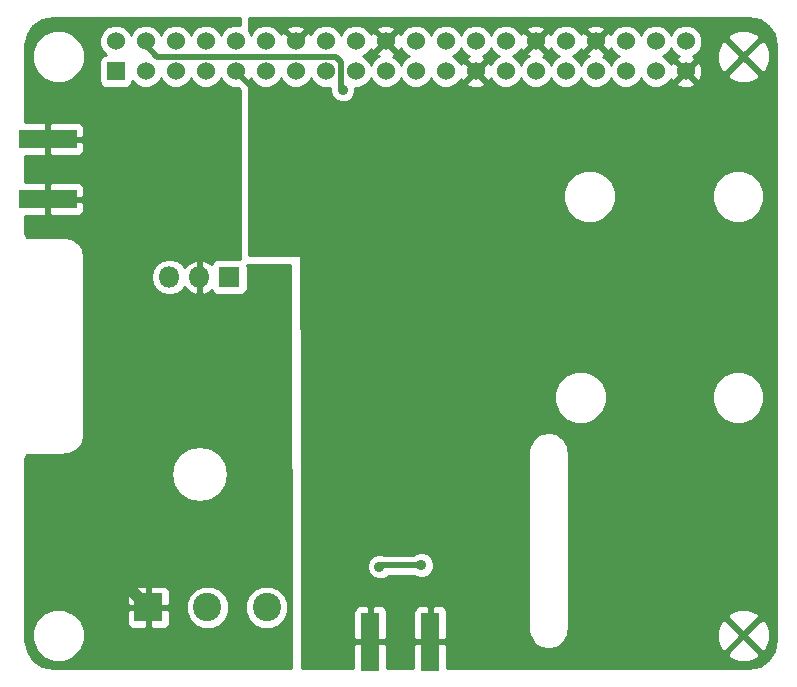
<source format=gbl>
G04 #@! TF.FileFunction,Copper,L2,Bot,Signal*
%FSLAX46Y46*%
G04 Gerber Fmt 4.6, Leading zero omitted, Abs format (unit mm)*
G04 Created by KiCad (PCBNEW 4.0.7-e2-6376~61~ubuntu18.04.1) date Tue Nov  6 15:25:27 2018*
%MOMM*%
%LPD*%
G01*
G04 APERTURE LIST*
%ADD10C,0.200000*%
%ADD11R,1.524000X1.524000*%
%ADD12C,1.524000*%
%ADD13R,2.400000X2.400000*%
%ADD14C,2.400000*%
%ADD15R,1.800000X1.800000*%
%ADD16O,1.800000X1.800000*%
%ADD17R,4.900000X1.600000*%
%ADD18R,1.600000X4.900000*%
%ADD19C,0.889000*%
%ADD20C,0.400000*%
%ADD21C,0.500000*%
%ADD22C,1.000000*%
%ADD23C,0.254000*%
G04 APERTURE END LIST*
D10*
D11*
X37370000Y-26270000D03*
D12*
X37370000Y-23730000D03*
X50070000Y-26270000D03*
X39910000Y-23730000D03*
X52610000Y-26270000D03*
X42450000Y-23730000D03*
X55150000Y-26270000D03*
X44990000Y-23730000D03*
X57690000Y-26270000D03*
X47530000Y-23730000D03*
X60230000Y-26270000D03*
X50070000Y-23730000D03*
X62770000Y-26270000D03*
X52610000Y-23730000D03*
X65310000Y-26270000D03*
X55150000Y-23730000D03*
X67850000Y-26270000D03*
X57690000Y-23730000D03*
X70390000Y-26270000D03*
X60230000Y-23730000D03*
X72930000Y-26270000D03*
X62770000Y-23730000D03*
X75470000Y-26270000D03*
X65310000Y-23730000D03*
X67850000Y-23730000D03*
X78010000Y-26270000D03*
X70390000Y-23730000D03*
X75470000Y-23730000D03*
X78010000Y-23730000D03*
X80550000Y-23730000D03*
X83090000Y-23730000D03*
X80550000Y-26270000D03*
X83090000Y-26270000D03*
X39910000Y-26270000D03*
X42450000Y-26270000D03*
X44990000Y-26270000D03*
X47530000Y-26270000D03*
X85630000Y-26270000D03*
X85630000Y-23730000D03*
X72930000Y-23730000D03*
D13*
X40132000Y-71628000D03*
D14*
X45132000Y-71628000D03*
X50132000Y-71628000D03*
D15*
X46990000Y-43688000D03*
D16*
X44450000Y-43688000D03*
X41910000Y-43688000D03*
D17*
X31623000Y-32004000D03*
X31623000Y-37084000D03*
D18*
X58928000Y-74549000D03*
X64008000Y-74549000D03*
D19*
X69151500Y-42862500D03*
X69151500Y-46418500D03*
X69151500Y-49911000D03*
X69151500Y-52514500D03*
X69151500Y-54737000D03*
X69151500Y-57150000D03*
X69151500Y-59690000D03*
X70993000Y-66929000D03*
X70993000Y-64770000D03*
X70993000Y-62357000D03*
X59055000Y-62992000D03*
X59944000Y-65278000D03*
X63881000Y-62992000D03*
X63881000Y-66421000D03*
X63881000Y-65024000D03*
X58928000Y-70612000D03*
X64008000Y-70670000D03*
X49873000Y-28613000D03*
X64262000Y-40386000D03*
X64071500Y-38036500D03*
X61849000Y-37782500D03*
X58547000Y-37782500D03*
X64282000Y-45910500D03*
X64262000Y-49022000D03*
X64452500Y-53721000D03*
X64770000Y-60325000D03*
X62865000Y-60325000D03*
X59055000Y-60515500D03*
X59055000Y-58801000D03*
X59499500Y-54610000D03*
X59516000Y-51752500D03*
X58801000Y-47307500D03*
X58483500Y-45720000D03*
X58483500Y-42862500D03*
X58483500Y-40640000D03*
X55943500Y-34988500D03*
X59118500Y-34925000D03*
X62357000Y-34925000D03*
X69151500Y-35433000D03*
X69151500Y-39116000D03*
X54737000Y-62928500D03*
X54419500Y-60833000D03*
X54419500Y-57404000D03*
X54419500Y-53403500D03*
X54419500Y-49974500D03*
X54419500Y-46355000D03*
X54419500Y-43434000D03*
X54419500Y-40703500D03*
X59118500Y-39179500D03*
X50863500Y-39052500D03*
X64516000Y-56642000D03*
X45656500Y-55054500D03*
X45656500Y-53149500D03*
X45656500Y-50990500D03*
X45656500Y-48704500D03*
X45847000Y-46799500D03*
X47434500Y-46799500D03*
X47434500Y-48577500D03*
X47434500Y-50419000D03*
X47434500Y-52197000D03*
X47434500Y-53975000D03*
X47434500Y-55626000D03*
X47434500Y-57086500D03*
X45402500Y-57086500D03*
X43561000Y-57086500D03*
X43561000Y-55054500D03*
X43561000Y-52070000D03*
X43561000Y-49339500D03*
X43561000Y-46990000D03*
X41338500Y-36576000D03*
X43243500Y-36576000D03*
X38036500Y-32131000D03*
X35179000Y-36512500D03*
X35242500Y-32131000D03*
X45910500Y-38989000D03*
X59690000Y-68199000D03*
X63246000Y-68072000D03*
X56578500Y-27813000D03*
D20*
X69151500Y-59690000D02*
X69151500Y-60515500D01*
X69151500Y-42862500D02*
X69151500Y-46418500D01*
X69151500Y-49911000D02*
X69151500Y-52514500D01*
X69151500Y-54737000D02*
X69151500Y-57150000D01*
X70993000Y-64770000D02*
X70993000Y-66929000D01*
X69151500Y-60515500D02*
X70993000Y-62357000D01*
X59055000Y-62992000D02*
X59055000Y-64389000D01*
X58991500Y-62928500D02*
X59055000Y-62992000D01*
X54737000Y-62928500D02*
X58991500Y-62928500D01*
X59055000Y-64389000D02*
X59944000Y-65278000D01*
X63881000Y-62992000D02*
X63881000Y-65024000D01*
X64770000Y-62103000D02*
X63881000Y-62992000D01*
X64770000Y-60325000D02*
X64770000Y-62103000D01*
X63119000Y-64008000D02*
X65151000Y-64008000D01*
X65151000Y-64008000D02*
X65848000Y-63311000D01*
X58928000Y-70612000D02*
X58928000Y-70670000D01*
X59309000Y-70612000D02*
X59309000Y-70670000D01*
X59309000Y-70612000D02*
X59309000Y-70670000D01*
X64262000Y-38227000D02*
X64262000Y-40386000D01*
X64071500Y-38036500D02*
X64262000Y-38227000D01*
X58547000Y-37782500D02*
X61849000Y-37782500D01*
X64262000Y-49022000D02*
X64262000Y-45930500D01*
X64262000Y-45930500D02*
X64282000Y-45910500D01*
X64516000Y-56642000D02*
X64516000Y-53784500D01*
X64516000Y-53784500D02*
X64452500Y-53721000D01*
X62865000Y-60325000D02*
X64770000Y-60325000D01*
X59055000Y-58801000D02*
X59055000Y-60515500D01*
X59499500Y-51769000D02*
X59499500Y-54610000D01*
X59516000Y-51752500D02*
X59499500Y-51769000D01*
X58801000Y-46037500D02*
X58801000Y-47307500D01*
X58483500Y-45720000D02*
X58801000Y-46037500D01*
X58483500Y-40640000D02*
X58483500Y-42862500D01*
X59118500Y-39179500D02*
X69088000Y-39179500D01*
X59055000Y-34988500D02*
X55943500Y-34988500D01*
X59118500Y-34925000D02*
X59055000Y-34988500D01*
X62611000Y-34671000D02*
X62357000Y-34925000D01*
X68389500Y-34671000D02*
X62611000Y-34671000D01*
X69151500Y-35433000D02*
X68389500Y-34671000D01*
X69088000Y-39179500D02*
X69151500Y-39116000D01*
D21*
X54737000Y-62928500D02*
X54800500Y-62928500D01*
X54419500Y-57404000D02*
X54419500Y-60833000D01*
X54419500Y-49974500D02*
X54419500Y-53403500D01*
X54419500Y-43434000D02*
X54419500Y-46355000D01*
X52768500Y-39052500D02*
X54419500Y-40703500D01*
X50863500Y-39052500D02*
X52768500Y-39052500D01*
X53784500Y-39179500D02*
X53784500Y-32524500D01*
X53784500Y-32524500D02*
X49873000Y-28613000D01*
X49873000Y-28613000D02*
X47530000Y-26270000D01*
X50990500Y-39179500D02*
X53784500Y-39179500D01*
X53784500Y-39179500D02*
X59118500Y-39179500D01*
X50863500Y-39052500D02*
X50990500Y-39179500D01*
D22*
X64516000Y-58737500D02*
X64516000Y-56642000D01*
X65848000Y-60069500D02*
X64516000Y-58737500D01*
X57088000Y-70670000D02*
X58928000Y-70670000D01*
X58928000Y-70670000D02*
X59309000Y-70670000D01*
X59309000Y-70670000D02*
X64008000Y-70670000D01*
X64008000Y-70670000D02*
X65848000Y-70670000D01*
X65848000Y-70670000D02*
X65848000Y-64960500D01*
X65848000Y-64960500D02*
X65848000Y-63311000D01*
X65848000Y-63311000D02*
X65848000Y-60069500D01*
D20*
X45656500Y-53149500D02*
X45656500Y-55054500D01*
X45656500Y-48704500D02*
X45656500Y-50990500D01*
X47434500Y-46799500D02*
X45847000Y-46799500D01*
X47434500Y-50419000D02*
X47434500Y-48577500D01*
X47434500Y-53975000D02*
X47434500Y-52197000D01*
X47434500Y-57086500D02*
X47434500Y-55626000D01*
X43561000Y-57086500D02*
X45402500Y-57086500D01*
X43561000Y-52070000D02*
X43561000Y-55054500D01*
X43561000Y-46990000D02*
X43561000Y-49339500D01*
X43243500Y-36576000D02*
X41338500Y-36576000D01*
X35248000Y-38924000D02*
X35248000Y-36581500D01*
X35248000Y-36581500D02*
X35179000Y-36512500D01*
X35369500Y-32194500D02*
X35248000Y-32194500D01*
X35311500Y-32136500D02*
X35369500Y-32194500D01*
X35248000Y-32136500D02*
X35311500Y-32136500D01*
X35242500Y-32131000D02*
X35248000Y-32136500D01*
D22*
X35248000Y-38924000D02*
X45845500Y-38924000D01*
X45845500Y-38924000D02*
X45910500Y-38989000D01*
X35248000Y-38924000D02*
X35248000Y-66744000D01*
X35248000Y-66744000D02*
X40132000Y-71628000D01*
X35248000Y-30164000D02*
X35248000Y-32194500D01*
X35248000Y-32194500D02*
X35248000Y-38924000D01*
D21*
X59690000Y-68199000D02*
X59817000Y-68072000D01*
X59817000Y-68072000D02*
X63246000Y-68072000D01*
X40894000Y-25019000D02*
X39910000Y-24035000D01*
X56007000Y-25019000D02*
X40894000Y-25019000D01*
X56451500Y-25463500D02*
X56007000Y-25019000D01*
X56451500Y-27686000D02*
X56451500Y-25463500D01*
X56578500Y-27813000D02*
X56451500Y-27686000D01*
X39910000Y-24035000D02*
X39910000Y-23730000D01*
D23*
G36*
X91871023Y-21897167D02*
X92609439Y-22390561D01*
X93102833Y-23128977D01*
X93290000Y-24069931D01*
X93290000Y-74430069D01*
X93102833Y-75371023D01*
X92609439Y-76109439D01*
X91871023Y-76602833D01*
X90930069Y-76790000D01*
X65443000Y-76790000D01*
X65443000Y-75586202D01*
X89093403Y-75586202D01*
X89265390Y-75915360D01*
X90092346Y-76242026D01*
X90981363Y-76227365D01*
X91734610Y-75915360D01*
X91906597Y-75586202D01*
X90500000Y-74179605D01*
X89093403Y-75586202D01*
X65443000Y-75586202D01*
X65443000Y-74834750D01*
X65284250Y-74676000D01*
X64135000Y-74676000D01*
X64135000Y-74696000D01*
X63881000Y-74696000D01*
X63881000Y-74676000D01*
X62731750Y-74676000D01*
X62573000Y-74834750D01*
X62573000Y-76790000D01*
X60363000Y-76790000D01*
X60363000Y-74834750D01*
X60204250Y-74676000D01*
X59055000Y-74676000D01*
X59055000Y-74696000D01*
X58801000Y-74696000D01*
X58801000Y-74676000D01*
X57651750Y-74676000D01*
X57493000Y-74834750D01*
X57493000Y-76790000D01*
X53148286Y-76790000D01*
X53139684Y-71972690D01*
X57493000Y-71972690D01*
X57493000Y-74263250D01*
X57651750Y-74422000D01*
X58801000Y-74422000D01*
X58801000Y-71622750D01*
X59055000Y-71622750D01*
X59055000Y-74422000D01*
X60204250Y-74422000D01*
X60363000Y-74263250D01*
X60363000Y-71972690D01*
X62573000Y-71972690D01*
X62573000Y-74263250D01*
X62731750Y-74422000D01*
X63881000Y-74422000D01*
X63881000Y-71622750D01*
X64135000Y-71622750D01*
X64135000Y-74422000D01*
X65284250Y-74422000D01*
X65443000Y-74263250D01*
X65443000Y-71972690D01*
X65346327Y-71739301D01*
X65167698Y-71560673D01*
X64934309Y-71464000D01*
X64293750Y-71464000D01*
X64135000Y-71622750D01*
X63881000Y-71622750D01*
X63722250Y-71464000D01*
X63081691Y-71464000D01*
X62848302Y-71560673D01*
X62669673Y-71739301D01*
X62573000Y-71972690D01*
X60363000Y-71972690D01*
X60266327Y-71739301D01*
X60087698Y-71560673D01*
X59854309Y-71464000D01*
X59213750Y-71464000D01*
X59055000Y-71622750D01*
X58801000Y-71622750D01*
X58642250Y-71464000D01*
X58001691Y-71464000D01*
X57768302Y-71560673D01*
X57589673Y-71739301D01*
X57493000Y-71972690D01*
X53139684Y-71972690D01*
X53133327Y-68412784D01*
X58610313Y-68412784D01*
X58774311Y-68809689D01*
X59077714Y-69113622D01*
X59474332Y-69278313D01*
X59903784Y-69278687D01*
X60300689Y-69114689D01*
X60458653Y-68957000D01*
X62604144Y-68957000D01*
X62633714Y-68986622D01*
X63030332Y-69151313D01*
X63459784Y-69151687D01*
X63856689Y-68987689D01*
X64160622Y-68684286D01*
X64325313Y-68287668D01*
X64325687Y-67858216D01*
X64161689Y-67461311D01*
X63858286Y-67157378D01*
X63461668Y-66992687D01*
X63032216Y-66992313D01*
X62635311Y-67156311D01*
X62604568Y-67187000D01*
X60067775Y-67187000D01*
X59905668Y-67119687D01*
X59476216Y-67119313D01*
X59079311Y-67283311D01*
X58775378Y-67586714D01*
X58610687Y-67983332D01*
X58610313Y-68412784D01*
X53133327Y-68412784D01*
X53115626Y-58500000D01*
X72290000Y-58500000D01*
X72290000Y-73500000D01*
X72303642Y-73568584D01*
X72303642Y-73638513D01*
X72379762Y-74021196D01*
X72399395Y-74068593D01*
X72485776Y-74277138D01*
X72702549Y-74601561D01*
X72702550Y-74601562D01*
X72898438Y-74797451D01*
X73222862Y-75014223D01*
X73327842Y-75057707D01*
X73478804Y-75120238D01*
X73861486Y-75196358D01*
X74138513Y-75196358D01*
X74521196Y-75120238D01*
X74596160Y-75089187D01*
X74777138Y-75014224D01*
X75101561Y-74797451D01*
X75127307Y-74771705D01*
X75297451Y-74601562D01*
X75514223Y-74277138D01*
X75585299Y-74105545D01*
X75620238Y-74021196D01*
X75696358Y-73638514D01*
X75696358Y-73592346D01*
X88257974Y-73592346D01*
X88272635Y-74481363D01*
X88584640Y-75234610D01*
X88913798Y-75406597D01*
X90320395Y-74000000D01*
X90679605Y-74000000D01*
X92086202Y-75406597D01*
X92415360Y-75234610D01*
X92742026Y-74407654D01*
X92727365Y-73518637D01*
X92415360Y-72765390D01*
X92086202Y-72593403D01*
X90679605Y-74000000D01*
X90320395Y-74000000D01*
X88913798Y-72593403D01*
X88584640Y-72765390D01*
X88257974Y-73592346D01*
X75696358Y-73592346D01*
X75696358Y-73568584D01*
X75710000Y-73500000D01*
X75710000Y-72413798D01*
X89093403Y-72413798D01*
X90500000Y-73820395D01*
X91906597Y-72413798D01*
X91734610Y-72084640D01*
X90907654Y-71757974D01*
X90018637Y-71772635D01*
X89265390Y-72084640D01*
X89093403Y-72413798D01*
X75710000Y-72413798D01*
X75710000Y-58500000D01*
X75696358Y-58431416D01*
X75696358Y-58361486D01*
X75620238Y-57978804D01*
X75514223Y-57722863D01*
X75514223Y-57722862D01*
X75297451Y-57398438D01*
X75101562Y-57202550D01*
X75101561Y-57202549D01*
X74777138Y-56985776D01*
X74593368Y-56909657D01*
X74521196Y-56879762D01*
X74138513Y-56803642D01*
X74000000Y-56803642D01*
X73478804Y-56879762D01*
X73406632Y-56909657D01*
X73222862Y-56985777D01*
X72898438Y-57202549D01*
X72798820Y-57302168D01*
X72702549Y-57398439D01*
X72485776Y-57722862D01*
X72410813Y-57903840D01*
X72379762Y-57978804D01*
X72303642Y-58361487D01*
X72303642Y-58431416D01*
X72290000Y-58500000D01*
X53115626Y-58500000D01*
X53108110Y-54290619D01*
X74472613Y-54290619D01*
X74812155Y-55112372D01*
X75440321Y-55741636D01*
X76261481Y-56082611D01*
X77150619Y-56083387D01*
X77972372Y-55743845D01*
X78601636Y-55115679D01*
X78942611Y-54294519D01*
X78942614Y-54290619D01*
X87807613Y-54290619D01*
X88147155Y-55112372D01*
X88775321Y-55741636D01*
X89596481Y-56082611D01*
X90485619Y-56083387D01*
X91307372Y-55743845D01*
X91936636Y-55115679D01*
X92277611Y-54294519D01*
X92278387Y-53405381D01*
X91938845Y-52583628D01*
X91310679Y-51954364D01*
X90489519Y-51613389D01*
X89600381Y-51612613D01*
X88778628Y-51952155D01*
X88149364Y-52580321D01*
X87808389Y-53401481D01*
X87807613Y-54290619D01*
X78942614Y-54290619D01*
X78943387Y-53405381D01*
X78603845Y-52583628D01*
X77975679Y-51954364D01*
X77154519Y-51613389D01*
X76265381Y-51612613D01*
X75443628Y-51952155D01*
X74814364Y-52580321D01*
X74473389Y-53401481D01*
X74472613Y-54290619D01*
X53108110Y-54290619D01*
X53086000Y-41909773D01*
X53075906Y-41860381D01*
X53047391Y-41818807D01*
X53004948Y-41791603D01*
X52959000Y-41783000D01*
X48641000Y-41783000D01*
X48641000Y-37272619D01*
X75234613Y-37272619D01*
X75574155Y-38094372D01*
X76202321Y-38723636D01*
X77023481Y-39064611D01*
X77912619Y-39065387D01*
X78734372Y-38725845D01*
X79363636Y-38097679D01*
X79704611Y-37276519D01*
X79704614Y-37272619D01*
X87807613Y-37272619D01*
X88147155Y-38094372D01*
X88775321Y-38723636D01*
X89596481Y-39064611D01*
X90485619Y-39065387D01*
X91307372Y-38725845D01*
X91936636Y-38097679D01*
X92277611Y-37276519D01*
X92278387Y-36387381D01*
X91938845Y-35565628D01*
X91310679Y-34936364D01*
X90489519Y-34595389D01*
X89600381Y-34594613D01*
X88778628Y-34934155D01*
X88149364Y-35562321D01*
X87808389Y-36383481D01*
X87807613Y-37272619D01*
X79704614Y-37272619D01*
X79705387Y-36387381D01*
X79365845Y-35565628D01*
X78737679Y-34936364D01*
X77916519Y-34595389D01*
X77027381Y-34594613D01*
X76205628Y-34934155D01*
X75576364Y-35562321D01*
X75235389Y-36383481D01*
X75234613Y-37272619D01*
X48641000Y-37272619D01*
X48641000Y-27033095D01*
X48752397Y-27001143D01*
X48802509Y-26860682D01*
X48884990Y-27060303D01*
X49277630Y-27453629D01*
X49790900Y-27666757D01*
X50346661Y-27667242D01*
X50860303Y-27455010D01*
X51253629Y-27062370D01*
X51339949Y-26854488D01*
X51424990Y-27060303D01*
X51817630Y-27453629D01*
X52330900Y-27666757D01*
X52886661Y-27667242D01*
X53400303Y-27455010D01*
X53793629Y-27062370D01*
X53879949Y-26854488D01*
X53964990Y-27060303D01*
X54357630Y-27453629D01*
X54870900Y-27666757D01*
X55426661Y-27667242D01*
X55499152Y-27637289D01*
X55498813Y-28026784D01*
X55662811Y-28423689D01*
X55966214Y-28727622D01*
X56362832Y-28892313D01*
X56792284Y-28892687D01*
X57189189Y-28728689D01*
X57493122Y-28425286D01*
X57657813Y-28028668D01*
X57658128Y-27666973D01*
X57966661Y-27667242D01*
X58480303Y-27455010D01*
X58873629Y-27062370D01*
X58959949Y-26854488D01*
X59044990Y-27060303D01*
X59437630Y-27453629D01*
X59950900Y-27666757D01*
X60506661Y-27667242D01*
X61020303Y-27455010D01*
X61413629Y-27062370D01*
X61499949Y-26854488D01*
X61584990Y-27060303D01*
X61977630Y-27453629D01*
X62490900Y-27666757D01*
X63046661Y-27667242D01*
X63560303Y-27455010D01*
X63953629Y-27062370D01*
X64039949Y-26854488D01*
X64124990Y-27060303D01*
X64517630Y-27453629D01*
X65030900Y-27666757D01*
X65586661Y-27667242D01*
X66100303Y-27455010D01*
X66305457Y-27250213D01*
X67049392Y-27250213D01*
X67118857Y-27492397D01*
X67642302Y-27679144D01*
X68197368Y-27651362D01*
X68581143Y-27492397D01*
X68650608Y-27250213D01*
X67850000Y-26449605D01*
X67049392Y-27250213D01*
X66305457Y-27250213D01*
X66493629Y-27062370D01*
X66573395Y-26870273D01*
X66627603Y-27001143D01*
X66869787Y-27070608D01*
X67670395Y-26270000D01*
X66869787Y-25469392D01*
X66627603Y-25538857D01*
X66577491Y-25679318D01*
X66495010Y-25479697D01*
X66102370Y-25086371D01*
X65894488Y-25000051D01*
X66100303Y-24915010D01*
X66493629Y-24522370D01*
X66579949Y-24314488D01*
X66664990Y-24520303D01*
X67057630Y-24913629D01*
X67249727Y-24993395D01*
X67118857Y-25047603D01*
X67049392Y-25289787D01*
X67850000Y-26090395D01*
X68650608Y-25289787D01*
X68581143Y-25047603D01*
X68440682Y-24997491D01*
X68640303Y-24915010D01*
X69033629Y-24522370D01*
X69119949Y-24314488D01*
X69204990Y-24520303D01*
X69597630Y-24913629D01*
X69805512Y-24999949D01*
X69599697Y-25084990D01*
X69206371Y-25477630D01*
X69126605Y-25669727D01*
X69072397Y-25538857D01*
X68830213Y-25469392D01*
X68029605Y-26270000D01*
X68830213Y-27070608D01*
X69072397Y-27001143D01*
X69122509Y-26860682D01*
X69204990Y-27060303D01*
X69597630Y-27453629D01*
X70110900Y-27666757D01*
X70666661Y-27667242D01*
X71180303Y-27455010D01*
X71573629Y-27062370D01*
X71659949Y-26854488D01*
X71744990Y-27060303D01*
X72137630Y-27453629D01*
X72650900Y-27666757D01*
X73206661Y-27667242D01*
X73720303Y-27455010D01*
X74113629Y-27062370D01*
X74199949Y-26854488D01*
X74284990Y-27060303D01*
X74677630Y-27453629D01*
X75190900Y-27666757D01*
X75746661Y-27667242D01*
X76260303Y-27455010D01*
X76653629Y-27062370D01*
X76739949Y-26854488D01*
X76824990Y-27060303D01*
X77217630Y-27453629D01*
X77730900Y-27666757D01*
X78286661Y-27667242D01*
X78800303Y-27455010D01*
X79193629Y-27062370D01*
X79279949Y-26854488D01*
X79364990Y-27060303D01*
X79757630Y-27453629D01*
X80270900Y-27666757D01*
X80826661Y-27667242D01*
X81340303Y-27455010D01*
X81733629Y-27062370D01*
X81819949Y-26854488D01*
X81904990Y-27060303D01*
X82297630Y-27453629D01*
X82810900Y-27666757D01*
X83366661Y-27667242D01*
X83880303Y-27455010D01*
X84085457Y-27250213D01*
X84829392Y-27250213D01*
X84898857Y-27492397D01*
X85422302Y-27679144D01*
X85977368Y-27651362D01*
X86361143Y-27492397D01*
X86430608Y-27250213D01*
X85630000Y-26449605D01*
X84829392Y-27250213D01*
X84085457Y-27250213D01*
X84273629Y-27062370D01*
X84353395Y-26870273D01*
X84407603Y-27001143D01*
X84649787Y-27070608D01*
X85450395Y-26270000D01*
X85809605Y-26270000D01*
X86610213Y-27070608D01*
X86852397Y-27001143D01*
X87000433Y-26586202D01*
X89093403Y-26586202D01*
X89265390Y-26915360D01*
X90092346Y-27242026D01*
X90981363Y-27227365D01*
X91734610Y-26915360D01*
X91906597Y-26586202D01*
X90500000Y-25179605D01*
X89093403Y-26586202D01*
X87000433Y-26586202D01*
X87039144Y-26477698D01*
X87011362Y-25922632D01*
X86852397Y-25538857D01*
X86610213Y-25469392D01*
X85809605Y-26270000D01*
X85450395Y-26270000D01*
X84649787Y-25469392D01*
X84407603Y-25538857D01*
X84357491Y-25679318D01*
X84275010Y-25479697D01*
X83882370Y-25086371D01*
X83674488Y-25000051D01*
X83880303Y-24915010D01*
X84273629Y-24522370D01*
X84359949Y-24314488D01*
X84444990Y-24520303D01*
X84837630Y-24913629D01*
X85029727Y-24993395D01*
X84898857Y-25047603D01*
X84829392Y-25289787D01*
X85630000Y-26090395D01*
X86430608Y-25289787D01*
X86361143Y-25047603D01*
X86220682Y-24997491D01*
X86420303Y-24915010D01*
X86743530Y-24592346D01*
X88257974Y-24592346D01*
X88272635Y-25481363D01*
X88584640Y-26234610D01*
X88913798Y-26406597D01*
X90320395Y-25000000D01*
X90679605Y-25000000D01*
X92086202Y-26406597D01*
X92415360Y-26234610D01*
X92742026Y-25407654D01*
X92727365Y-24518637D01*
X92415360Y-23765390D01*
X92086202Y-23593403D01*
X90679605Y-25000000D01*
X90320395Y-25000000D01*
X88913798Y-23593403D01*
X88584640Y-23765390D01*
X88257974Y-24592346D01*
X86743530Y-24592346D01*
X86813629Y-24522370D01*
X87026757Y-24009100D01*
X87027242Y-23453339D01*
X87010905Y-23413798D01*
X89093403Y-23413798D01*
X90500000Y-24820395D01*
X91906597Y-23413798D01*
X91734610Y-23084640D01*
X90907654Y-22757974D01*
X90018637Y-22772635D01*
X89265390Y-23084640D01*
X89093403Y-23413798D01*
X87010905Y-23413798D01*
X86815010Y-22939697D01*
X86422370Y-22546371D01*
X85909100Y-22333243D01*
X85353339Y-22332758D01*
X84839697Y-22544990D01*
X84446371Y-22937630D01*
X84360051Y-23145512D01*
X84275010Y-22939697D01*
X83882370Y-22546371D01*
X83369100Y-22333243D01*
X82813339Y-22332758D01*
X82299697Y-22544990D01*
X81906371Y-22937630D01*
X81820051Y-23145512D01*
X81735010Y-22939697D01*
X81342370Y-22546371D01*
X80829100Y-22333243D01*
X80273339Y-22332758D01*
X79759697Y-22544990D01*
X79366371Y-22937630D01*
X79286605Y-23129727D01*
X79232397Y-22998857D01*
X78990213Y-22929392D01*
X78189605Y-23730000D01*
X78990213Y-24530608D01*
X79232397Y-24461143D01*
X79282509Y-24320682D01*
X79364990Y-24520303D01*
X79757630Y-24913629D01*
X79965512Y-24999949D01*
X79759697Y-25084990D01*
X79366371Y-25477630D01*
X79280051Y-25685512D01*
X79195010Y-25479697D01*
X78802370Y-25086371D01*
X78610273Y-25006605D01*
X78741143Y-24952397D01*
X78810608Y-24710213D01*
X78010000Y-23909605D01*
X77209392Y-24710213D01*
X77278857Y-24952397D01*
X77419318Y-25002509D01*
X77219697Y-25084990D01*
X76826371Y-25477630D01*
X76740051Y-25685512D01*
X76655010Y-25479697D01*
X76262370Y-25086371D01*
X76054488Y-25000051D01*
X76260303Y-24915010D01*
X76653629Y-24522370D01*
X76733395Y-24330273D01*
X76787603Y-24461143D01*
X77029787Y-24530608D01*
X77830395Y-23730000D01*
X77029787Y-22929392D01*
X76787603Y-22998857D01*
X76737491Y-23139318D01*
X76655010Y-22939697D01*
X76465432Y-22749787D01*
X77209392Y-22749787D01*
X78010000Y-23550395D01*
X78810608Y-22749787D01*
X78741143Y-22507603D01*
X78217698Y-22320856D01*
X77662632Y-22348638D01*
X77278857Y-22507603D01*
X77209392Y-22749787D01*
X76465432Y-22749787D01*
X76262370Y-22546371D01*
X75749100Y-22333243D01*
X75193339Y-22332758D01*
X74679697Y-22544990D01*
X74286371Y-22937630D01*
X74206605Y-23129727D01*
X74152397Y-22998857D01*
X73910213Y-22929392D01*
X73109605Y-23730000D01*
X73910213Y-24530608D01*
X74152397Y-24461143D01*
X74202509Y-24320682D01*
X74284990Y-24520303D01*
X74677630Y-24913629D01*
X74885512Y-24999949D01*
X74679697Y-25084990D01*
X74286371Y-25477630D01*
X74200051Y-25685512D01*
X74115010Y-25479697D01*
X73722370Y-25086371D01*
X73530273Y-25006605D01*
X73661143Y-24952397D01*
X73730608Y-24710213D01*
X72930000Y-23909605D01*
X72129392Y-24710213D01*
X72198857Y-24952397D01*
X72339318Y-25002509D01*
X72139697Y-25084990D01*
X71746371Y-25477630D01*
X71660051Y-25685512D01*
X71575010Y-25479697D01*
X71182370Y-25086371D01*
X70974488Y-25000051D01*
X71180303Y-24915010D01*
X71573629Y-24522370D01*
X71653395Y-24330273D01*
X71707603Y-24461143D01*
X71949787Y-24530608D01*
X72750395Y-23730000D01*
X71949787Y-22929392D01*
X71707603Y-22998857D01*
X71657491Y-23139318D01*
X71575010Y-22939697D01*
X71385432Y-22749787D01*
X72129392Y-22749787D01*
X72930000Y-23550395D01*
X73730608Y-22749787D01*
X73661143Y-22507603D01*
X73137698Y-22320856D01*
X72582632Y-22348638D01*
X72198857Y-22507603D01*
X72129392Y-22749787D01*
X71385432Y-22749787D01*
X71182370Y-22546371D01*
X70669100Y-22333243D01*
X70113339Y-22332758D01*
X69599697Y-22544990D01*
X69206371Y-22937630D01*
X69120051Y-23145512D01*
X69035010Y-22939697D01*
X68642370Y-22546371D01*
X68129100Y-22333243D01*
X67573339Y-22332758D01*
X67059697Y-22544990D01*
X66666371Y-22937630D01*
X66580051Y-23145512D01*
X66495010Y-22939697D01*
X66102370Y-22546371D01*
X65589100Y-22333243D01*
X65033339Y-22332758D01*
X64519697Y-22544990D01*
X64126371Y-22937630D01*
X64040051Y-23145512D01*
X63955010Y-22939697D01*
X63562370Y-22546371D01*
X63049100Y-22333243D01*
X62493339Y-22332758D01*
X61979697Y-22544990D01*
X61586371Y-22937630D01*
X61506605Y-23129727D01*
X61452397Y-22998857D01*
X61210213Y-22929392D01*
X60409605Y-23730000D01*
X61210213Y-24530608D01*
X61452397Y-24461143D01*
X61502509Y-24320682D01*
X61584990Y-24520303D01*
X61977630Y-24913629D01*
X62185512Y-24999949D01*
X61979697Y-25084990D01*
X61586371Y-25477630D01*
X61500051Y-25685512D01*
X61415010Y-25479697D01*
X61022370Y-25086371D01*
X60830273Y-25006605D01*
X60961143Y-24952397D01*
X61030608Y-24710213D01*
X60230000Y-23909605D01*
X59429392Y-24710213D01*
X59498857Y-24952397D01*
X59639318Y-25002509D01*
X59439697Y-25084990D01*
X59046371Y-25477630D01*
X58960051Y-25685512D01*
X58875010Y-25479697D01*
X58482370Y-25086371D01*
X58274488Y-25000051D01*
X58480303Y-24915010D01*
X58873629Y-24522370D01*
X58953395Y-24330273D01*
X59007603Y-24461143D01*
X59249787Y-24530608D01*
X60050395Y-23730000D01*
X59249787Y-22929392D01*
X59007603Y-22998857D01*
X58957491Y-23139318D01*
X58875010Y-22939697D01*
X58685432Y-22749787D01*
X59429392Y-22749787D01*
X60230000Y-23550395D01*
X61030608Y-22749787D01*
X60961143Y-22507603D01*
X60437698Y-22320856D01*
X59882632Y-22348638D01*
X59498857Y-22507603D01*
X59429392Y-22749787D01*
X58685432Y-22749787D01*
X58482370Y-22546371D01*
X57969100Y-22333243D01*
X57413339Y-22332758D01*
X56899697Y-22544990D01*
X56506371Y-22937630D01*
X56420051Y-23145512D01*
X56335010Y-22939697D01*
X55942370Y-22546371D01*
X55429100Y-22333243D01*
X54873339Y-22332758D01*
X54359697Y-22544990D01*
X53966371Y-22937630D01*
X53886605Y-23129727D01*
X53832397Y-22998857D01*
X53590213Y-22929392D01*
X52789605Y-23730000D01*
X52803748Y-23744143D01*
X52624143Y-23923748D01*
X52610000Y-23909605D01*
X52595858Y-23923748D01*
X52416253Y-23744143D01*
X52430395Y-23730000D01*
X51629787Y-22929392D01*
X51387603Y-22998857D01*
X51337491Y-23139318D01*
X51255010Y-22939697D01*
X51065432Y-22749787D01*
X51809392Y-22749787D01*
X52610000Y-23550395D01*
X53410608Y-22749787D01*
X53341143Y-22507603D01*
X52817698Y-22320856D01*
X52262632Y-22348638D01*
X51878857Y-22507603D01*
X51809392Y-22749787D01*
X51065432Y-22749787D01*
X50862370Y-22546371D01*
X50349100Y-22333243D01*
X49793339Y-22332758D01*
X49279697Y-22544990D01*
X48886371Y-22937630D01*
X48800051Y-23145512D01*
X48715010Y-22939697D01*
X48641000Y-22865558D01*
X48641000Y-21710000D01*
X90930069Y-21710000D01*
X91871023Y-21897167D01*
X91871023Y-21897167D01*
G37*
X91871023Y-21897167D02*
X92609439Y-22390561D01*
X93102833Y-23128977D01*
X93290000Y-24069931D01*
X93290000Y-74430069D01*
X93102833Y-75371023D01*
X92609439Y-76109439D01*
X91871023Y-76602833D01*
X90930069Y-76790000D01*
X65443000Y-76790000D01*
X65443000Y-75586202D01*
X89093403Y-75586202D01*
X89265390Y-75915360D01*
X90092346Y-76242026D01*
X90981363Y-76227365D01*
X91734610Y-75915360D01*
X91906597Y-75586202D01*
X90500000Y-74179605D01*
X89093403Y-75586202D01*
X65443000Y-75586202D01*
X65443000Y-74834750D01*
X65284250Y-74676000D01*
X64135000Y-74676000D01*
X64135000Y-74696000D01*
X63881000Y-74696000D01*
X63881000Y-74676000D01*
X62731750Y-74676000D01*
X62573000Y-74834750D01*
X62573000Y-76790000D01*
X60363000Y-76790000D01*
X60363000Y-74834750D01*
X60204250Y-74676000D01*
X59055000Y-74676000D01*
X59055000Y-74696000D01*
X58801000Y-74696000D01*
X58801000Y-74676000D01*
X57651750Y-74676000D01*
X57493000Y-74834750D01*
X57493000Y-76790000D01*
X53148286Y-76790000D01*
X53139684Y-71972690D01*
X57493000Y-71972690D01*
X57493000Y-74263250D01*
X57651750Y-74422000D01*
X58801000Y-74422000D01*
X58801000Y-71622750D01*
X59055000Y-71622750D01*
X59055000Y-74422000D01*
X60204250Y-74422000D01*
X60363000Y-74263250D01*
X60363000Y-71972690D01*
X62573000Y-71972690D01*
X62573000Y-74263250D01*
X62731750Y-74422000D01*
X63881000Y-74422000D01*
X63881000Y-71622750D01*
X64135000Y-71622750D01*
X64135000Y-74422000D01*
X65284250Y-74422000D01*
X65443000Y-74263250D01*
X65443000Y-71972690D01*
X65346327Y-71739301D01*
X65167698Y-71560673D01*
X64934309Y-71464000D01*
X64293750Y-71464000D01*
X64135000Y-71622750D01*
X63881000Y-71622750D01*
X63722250Y-71464000D01*
X63081691Y-71464000D01*
X62848302Y-71560673D01*
X62669673Y-71739301D01*
X62573000Y-71972690D01*
X60363000Y-71972690D01*
X60266327Y-71739301D01*
X60087698Y-71560673D01*
X59854309Y-71464000D01*
X59213750Y-71464000D01*
X59055000Y-71622750D01*
X58801000Y-71622750D01*
X58642250Y-71464000D01*
X58001691Y-71464000D01*
X57768302Y-71560673D01*
X57589673Y-71739301D01*
X57493000Y-71972690D01*
X53139684Y-71972690D01*
X53133327Y-68412784D01*
X58610313Y-68412784D01*
X58774311Y-68809689D01*
X59077714Y-69113622D01*
X59474332Y-69278313D01*
X59903784Y-69278687D01*
X60300689Y-69114689D01*
X60458653Y-68957000D01*
X62604144Y-68957000D01*
X62633714Y-68986622D01*
X63030332Y-69151313D01*
X63459784Y-69151687D01*
X63856689Y-68987689D01*
X64160622Y-68684286D01*
X64325313Y-68287668D01*
X64325687Y-67858216D01*
X64161689Y-67461311D01*
X63858286Y-67157378D01*
X63461668Y-66992687D01*
X63032216Y-66992313D01*
X62635311Y-67156311D01*
X62604568Y-67187000D01*
X60067775Y-67187000D01*
X59905668Y-67119687D01*
X59476216Y-67119313D01*
X59079311Y-67283311D01*
X58775378Y-67586714D01*
X58610687Y-67983332D01*
X58610313Y-68412784D01*
X53133327Y-68412784D01*
X53115626Y-58500000D01*
X72290000Y-58500000D01*
X72290000Y-73500000D01*
X72303642Y-73568584D01*
X72303642Y-73638513D01*
X72379762Y-74021196D01*
X72399395Y-74068593D01*
X72485776Y-74277138D01*
X72702549Y-74601561D01*
X72702550Y-74601562D01*
X72898438Y-74797451D01*
X73222862Y-75014223D01*
X73327842Y-75057707D01*
X73478804Y-75120238D01*
X73861486Y-75196358D01*
X74138513Y-75196358D01*
X74521196Y-75120238D01*
X74596160Y-75089187D01*
X74777138Y-75014224D01*
X75101561Y-74797451D01*
X75127307Y-74771705D01*
X75297451Y-74601562D01*
X75514223Y-74277138D01*
X75585299Y-74105545D01*
X75620238Y-74021196D01*
X75696358Y-73638514D01*
X75696358Y-73592346D01*
X88257974Y-73592346D01*
X88272635Y-74481363D01*
X88584640Y-75234610D01*
X88913798Y-75406597D01*
X90320395Y-74000000D01*
X90679605Y-74000000D01*
X92086202Y-75406597D01*
X92415360Y-75234610D01*
X92742026Y-74407654D01*
X92727365Y-73518637D01*
X92415360Y-72765390D01*
X92086202Y-72593403D01*
X90679605Y-74000000D01*
X90320395Y-74000000D01*
X88913798Y-72593403D01*
X88584640Y-72765390D01*
X88257974Y-73592346D01*
X75696358Y-73592346D01*
X75696358Y-73568584D01*
X75710000Y-73500000D01*
X75710000Y-72413798D01*
X89093403Y-72413798D01*
X90500000Y-73820395D01*
X91906597Y-72413798D01*
X91734610Y-72084640D01*
X90907654Y-71757974D01*
X90018637Y-71772635D01*
X89265390Y-72084640D01*
X89093403Y-72413798D01*
X75710000Y-72413798D01*
X75710000Y-58500000D01*
X75696358Y-58431416D01*
X75696358Y-58361486D01*
X75620238Y-57978804D01*
X75514223Y-57722863D01*
X75514223Y-57722862D01*
X75297451Y-57398438D01*
X75101562Y-57202550D01*
X75101561Y-57202549D01*
X74777138Y-56985776D01*
X74593368Y-56909657D01*
X74521196Y-56879762D01*
X74138513Y-56803642D01*
X74000000Y-56803642D01*
X73478804Y-56879762D01*
X73406632Y-56909657D01*
X73222862Y-56985777D01*
X72898438Y-57202549D01*
X72798820Y-57302168D01*
X72702549Y-57398439D01*
X72485776Y-57722862D01*
X72410813Y-57903840D01*
X72379762Y-57978804D01*
X72303642Y-58361487D01*
X72303642Y-58431416D01*
X72290000Y-58500000D01*
X53115626Y-58500000D01*
X53108110Y-54290619D01*
X74472613Y-54290619D01*
X74812155Y-55112372D01*
X75440321Y-55741636D01*
X76261481Y-56082611D01*
X77150619Y-56083387D01*
X77972372Y-55743845D01*
X78601636Y-55115679D01*
X78942611Y-54294519D01*
X78942614Y-54290619D01*
X87807613Y-54290619D01*
X88147155Y-55112372D01*
X88775321Y-55741636D01*
X89596481Y-56082611D01*
X90485619Y-56083387D01*
X91307372Y-55743845D01*
X91936636Y-55115679D01*
X92277611Y-54294519D01*
X92278387Y-53405381D01*
X91938845Y-52583628D01*
X91310679Y-51954364D01*
X90489519Y-51613389D01*
X89600381Y-51612613D01*
X88778628Y-51952155D01*
X88149364Y-52580321D01*
X87808389Y-53401481D01*
X87807613Y-54290619D01*
X78942614Y-54290619D01*
X78943387Y-53405381D01*
X78603845Y-52583628D01*
X77975679Y-51954364D01*
X77154519Y-51613389D01*
X76265381Y-51612613D01*
X75443628Y-51952155D01*
X74814364Y-52580321D01*
X74473389Y-53401481D01*
X74472613Y-54290619D01*
X53108110Y-54290619D01*
X53086000Y-41909773D01*
X53075906Y-41860381D01*
X53047391Y-41818807D01*
X53004948Y-41791603D01*
X52959000Y-41783000D01*
X48641000Y-41783000D01*
X48641000Y-37272619D01*
X75234613Y-37272619D01*
X75574155Y-38094372D01*
X76202321Y-38723636D01*
X77023481Y-39064611D01*
X77912619Y-39065387D01*
X78734372Y-38725845D01*
X79363636Y-38097679D01*
X79704611Y-37276519D01*
X79704614Y-37272619D01*
X87807613Y-37272619D01*
X88147155Y-38094372D01*
X88775321Y-38723636D01*
X89596481Y-39064611D01*
X90485619Y-39065387D01*
X91307372Y-38725845D01*
X91936636Y-38097679D01*
X92277611Y-37276519D01*
X92278387Y-36387381D01*
X91938845Y-35565628D01*
X91310679Y-34936364D01*
X90489519Y-34595389D01*
X89600381Y-34594613D01*
X88778628Y-34934155D01*
X88149364Y-35562321D01*
X87808389Y-36383481D01*
X87807613Y-37272619D01*
X79704614Y-37272619D01*
X79705387Y-36387381D01*
X79365845Y-35565628D01*
X78737679Y-34936364D01*
X77916519Y-34595389D01*
X77027381Y-34594613D01*
X76205628Y-34934155D01*
X75576364Y-35562321D01*
X75235389Y-36383481D01*
X75234613Y-37272619D01*
X48641000Y-37272619D01*
X48641000Y-27033095D01*
X48752397Y-27001143D01*
X48802509Y-26860682D01*
X48884990Y-27060303D01*
X49277630Y-27453629D01*
X49790900Y-27666757D01*
X50346661Y-27667242D01*
X50860303Y-27455010D01*
X51253629Y-27062370D01*
X51339949Y-26854488D01*
X51424990Y-27060303D01*
X51817630Y-27453629D01*
X52330900Y-27666757D01*
X52886661Y-27667242D01*
X53400303Y-27455010D01*
X53793629Y-27062370D01*
X53879949Y-26854488D01*
X53964990Y-27060303D01*
X54357630Y-27453629D01*
X54870900Y-27666757D01*
X55426661Y-27667242D01*
X55499152Y-27637289D01*
X55498813Y-28026784D01*
X55662811Y-28423689D01*
X55966214Y-28727622D01*
X56362832Y-28892313D01*
X56792284Y-28892687D01*
X57189189Y-28728689D01*
X57493122Y-28425286D01*
X57657813Y-28028668D01*
X57658128Y-27666973D01*
X57966661Y-27667242D01*
X58480303Y-27455010D01*
X58873629Y-27062370D01*
X58959949Y-26854488D01*
X59044990Y-27060303D01*
X59437630Y-27453629D01*
X59950900Y-27666757D01*
X60506661Y-27667242D01*
X61020303Y-27455010D01*
X61413629Y-27062370D01*
X61499949Y-26854488D01*
X61584990Y-27060303D01*
X61977630Y-27453629D01*
X62490900Y-27666757D01*
X63046661Y-27667242D01*
X63560303Y-27455010D01*
X63953629Y-27062370D01*
X64039949Y-26854488D01*
X64124990Y-27060303D01*
X64517630Y-27453629D01*
X65030900Y-27666757D01*
X65586661Y-27667242D01*
X66100303Y-27455010D01*
X66305457Y-27250213D01*
X67049392Y-27250213D01*
X67118857Y-27492397D01*
X67642302Y-27679144D01*
X68197368Y-27651362D01*
X68581143Y-27492397D01*
X68650608Y-27250213D01*
X67850000Y-26449605D01*
X67049392Y-27250213D01*
X66305457Y-27250213D01*
X66493629Y-27062370D01*
X66573395Y-26870273D01*
X66627603Y-27001143D01*
X66869787Y-27070608D01*
X67670395Y-26270000D01*
X66869787Y-25469392D01*
X66627603Y-25538857D01*
X66577491Y-25679318D01*
X66495010Y-25479697D01*
X66102370Y-25086371D01*
X65894488Y-25000051D01*
X66100303Y-24915010D01*
X66493629Y-24522370D01*
X66579949Y-24314488D01*
X66664990Y-24520303D01*
X67057630Y-24913629D01*
X67249727Y-24993395D01*
X67118857Y-25047603D01*
X67049392Y-25289787D01*
X67850000Y-26090395D01*
X68650608Y-25289787D01*
X68581143Y-25047603D01*
X68440682Y-24997491D01*
X68640303Y-24915010D01*
X69033629Y-24522370D01*
X69119949Y-24314488D01*
X69204990Y-24520303D01*
X69597630Y-24913629D01*
X69805512Y-24999949D01*
X69599697Y-25084990D01*
X69206371Y-25477630D01*
X69126605Y-25669727D01*
X69072397Y-25538857D01*
X68830213Y-25469392D01*
X68029605Y-26270000D01*
X68830213Y-27070608D01*
X69072397Y-27001143D01*
X69122509Y-26860682D01*
X69204990Y-27060303D01*
X69597630Y-27453629D01*
X70110900Y-27666757D01*
X70666661Y-27667242D01*
X71180303Y-27455010D01*
X71573629Y-27062370D01*
X71659949Y-26854488D01*
X71744990Y-27060303D01*
X72137630Y-27453629D01*
X72650900Y-27666757D01*
X73206661Y-27667242D01*
X73720303Y-27455010D01*
X74113629Y-27062370D01*
X74199949Y-26854488D01*
X74284990Y-27060303D01*
X74677630Y-27453629D01*
X75190900Y-27666757D01*
X75746661Y-27667242D01*
X76260303Y-27455010D01*
X76653629Y-27062370D01*
X76739949Y-26854488D01*
X76824990Y-27060303D01*
X77217630Y-27453629D01*
X77730900Y-27666757D01*
X78286661Y-27667242D01*
X78800303Y-27455010D01*
X79193629Y-27062370D01*
X79279949Y-26854488D01*
X79364990Y-27060303D01*
X79757630Y-27453629D01*
X80270900Y-27666757D01*
X80826661Y-27667242D01*
X81340303Y-27455010D01*
X81733629Y-27062370D01*
X81819949Y-26854488D01*
X81904990Y-27060303D01*
X82297630Y-27453629D01*
X82810900Y-27666757D01*
X83366661Y-27667242D01*
X83880303Y-27455010D01*
X84085457Y-27250213D01*
X84829392Y-27250213D01*
X84898857Y-27492397D01*
X85422302Y-27679144D01*
X85977368Y-27651362D01*
X86361143Y-27492397D01*
X86430608Y-27250213D01*
X85630000Y-26449605D01*
X84829392Y-27250213D01*
X84085457Y-27250213D01*
X84273629Y-27062370D01*
X84353395Y-26870273D01*
X84407603Y-27001143D01*
X84649787Y-27070608D01*
X85450395Y-26270000D01*
X85809605Y-26270000D01*
X86610213Y-27070608D01*
X86852397Y-27001143D01*
X87000433Y-26586202D01*
X89093403Y-26586202D01*
X89265390Y-26915360D01*
X90092346Y-27242026D01*
X90981363Y-27227365D01*
X91734610Y-26915360D01*
X91906597Y-26586202D01*
X90500000Y-25179605D01*
X89093403Y-26586202D01*
X87000433Y-26586202D01*
X87039144Y-26477698D01*
X87011362Y-25922632D01*
X86852397Y-25538857D01*
X86610213Y-25469392D01*
X85809605Y-26270000D01*
X85450395Y-26270000D01*
X84649787Y-25469392D01*
X84407603Y-25538857D01*
X84357491Y-25679318D01*
X84275010Y-25479697D01*
X83882370Y-25086371D01*
X83674488Y-25000051D01*
X83880303Y-24915010D01*
X84273629Y-24522370D01*
X84359949Y-24314488D01*
X84444990Y-24520303D01*
X84837630Y-24913629D01*
X85029727Y-24993395D01*
X84898857Y-25047603D01*
X84829392Y-25289787D01*
X85630000Y-26090395D01*
X86430608Y-25289787D01*
X86361143Y-25047603D01*
X86220682Y-24997491D01*
X86420303Y-24915010D01*
X86743530Y-24592346D01*
X88257974Y-24592346D01*
X88272635Y-25481363D01*
X88584640Y-26234610D01*
X88913798Y-26406597D01*
X90320395Y-25000000D01*
X90679605Y-25000000D01*
X92086202Y-26406597D01*
X92415360Y-26234610D01*
X92742026Y-25407654D01*
X92727365Y-24518637D01*
X92415360Y-23765390D01*
X92086202Y-23593403D01*
X90679605Y-25000000D01*
X90320395Y-25000000D01*
X88913798Y-23593403D01*
X88584640Y-23765390D01*
X88257974Y-24592346D01*
X86743530Y-24592346D01*
X86813629Y-24522370D01*
X87026757Y-24009100D01*
X87027242Y-23453339D01*
X87010905Y-23413798D01*
X89093403Y-23413798D01*
X90500000Y-24820395D01*
X91906597Y-23413798D01*
X91734610Y-23084640D01*
X90907654Y-22757974D01*
X90018637Y-22772635D01*
X89265390Y-23084640D01*
X89093403Y-23413798D01*
X87010905Y-23413798D01*
X86815010Y-22939697D01*
X86422370Y-22546371D01*
X85909100Y-22333243D01*
X85353339Y-22332758D01*
X84839697Y-22544990D01*
X84446371Y-22937630D01*
X84360051Y-23145512D01*
X84275010Y-22939697D01*
X83882370Y-22546371D01*
X83369100Y-22333243D01*
X82813339Y-22332758D01*
X82299697Y-22544990D01*
X81906371Y-22937630D01*
X81820051Y-23145512D01*
X81735010Y-22939697D01*
X81342370Y-22546371D01*
X80829100Y-22333243D01*
X80273339Y-22332758D01*
X79759697Y-22544990D01*
X79366371Y-22937630D01*
X79286605Y-23129727D01*
X79232397Y-22998857D01*
X78990213Y-22929392D01*
X78189605Y-23730000D01*
X78990213Y-24530608D01*
X79232397Y-24461143D01*
X79282509Y-24320682D01*
X79364990Y-24520303D01*
X79757630Y-24913629D01*
X79965512Y-24999949D01*
X79759697Y-25084990D01*
X79366371Y-25477630D01*
X79280051Y-25685512D01*
X79195010Y-25479697D01*
X78802370Y-25086371D01*
X78610273Y-25006605D01*
X78741143Y-24952397D01*
X78810608Y-24710213D01*
X78010000Y-23909605D01*
X77209392Y-24710213D01*
X77278857Y-24952397D01*
X77419318Y-25002509D01*
X77219697Y-25084990D01*
X76826371Y-25477630D01*
X76740051Y-25685512D01*
X76655010Y-25479697D01*
X76262370Y-25086371D01*
X76054488Y-25000051D01*
X76260303Y-24915010D01*
X76653629Y-24522370D01*
X76733395Y-24330273D01*
X76787603Y-24461143D01*
X77029787Y-24530608D01*
X77830395Y-23730000D01*
X77029787Y-22929392D01*
X76787603Y-22998857D01*
X76737491Y-23139318D01*
X76655010Y-22939697D01*
X76465432Y-22749787D01*
X77209392Y-22749787D01*
X78010000Y-23550395D01*
X78810608Y-22749787D01*
X78741143Y-22507603D01*
X78217698Y-22320856D01*
X77662632Y-22348638D01*
X77278857Y-22507603D01*
X77209392Y-22749787D01*
X76465432Y-22749787D01*
X76262370Y-22546371D01*
X75749100Y-22333243D01*
X75193339Y-22332758D01*
X74679697Y-22544990D01*
X74286371Y-22937630D01*
X74206605Y-23129727D01*
X74152397Y-22998857D01*
X73910213Y-22929392D01*
X73109605Y-23730000D01*
X73910213Y-24530608D01*
X74152397Y-24461143D01*
X74202509Y-24320682D01*
X74284990Y-24520303D01*
X74677630Y-24913629D01*
X74885512Y-24999949D01*
X74679697Y-25084990D01*
X74286371Y-25477630D01*
X74200051Y-25685512D01*
X74115010Y-25479697D01*
X73722370Y-25086371D01*
X73530273Y-25006605D01*
X73661143Y-24952397D01*
X73730608Y-24710213D01*
X72930000Y-23909605D01*
X72129392Y-24710213D01*
X72198857Y-24952397D01*
X72339318Y-25002509D01*
X72139697Y-25084990D01*
X71746371Y-25477630D01*
X71660051Y-25685512D01*
X71575010Y-25479697D01*
X71182370Y-25086371D01*
X70974488Y-25000051D01*
X71180303Y-24915010D01*
X71573629Y-24522370D01*
X71653395Y-24330273D01*
X71707603Y-24461143D01*
X71949787Y-24530608D01*
X72750395Y-23730000D01*
X71949787Y-22929392D01*
X71707603Y-22998857D01*
X71657491Y-23139318D01*
X71575010Y-22939697D01*
X71385432Y-22749787D01*
X72129392Y-22749787D01*
X72930000Y-23550395D01*
X73730608Y-22749787D01*
X73661143Y-22507603D01*
X73137698Y-22320856D01*
X72582632Y-22348638D01*
X72198857Y-22507603D01*
X72129392Y-22749787D01*
X71385432Y-22749787D01*
X71182370Y-22546371D01*
X70669100Y-22333243D01*
X70113339Y-22332758D01*
X69599697Y-22544990D01*
X69206371Y-22937630D01*
X69120051Y-23145512D01*
X69035010Y-22939697D01*
X68642370Y-22546371D01*
X68129100Y-22333243D01*
X67573339Y-22332758D01*
X67059697Y-22544990D01*
X66666371Y-22937630D01*
X66580051Y-23145512D01*
X66495010Y-22939697D01*
X66102370Y-22546371D01*
X65589100Y-22333243D01*
X65033339Y-22332758D01*
X64519697Y-22544990D01*
X64126371Y-22937630D01*
X64040051Y-23145512D01*
X63955010Y-22939697D01*
X63562370Y-22546371D01*
X63049100Y-22333243D01*
X62493339Y-22332758D01*
X61979697Y-22544990D01*
X61586371Y-22937630D01*
X61506605Y-23129727D01*
X61452397Y-22998857D01*
X61210213Y-22929392D01*
X60409605Y-23730000D01*
X61210213Y-24530608D01*
X61452397Y-24461143D01*
X61502509Y-24320682D01*
X61584990Y-24520303D01*
X61977630Y-24913629D01*
X62185512Y-24999949D01*
X61979697Y-25084990D01*
X61586371Y-25477630D01*
X61500051Y-25685512D01*
X61415010Y-25479697D01*
X61022370Y-25086371D01*
X60830273Y-25006605D01*
X60961143Y-24952397D01*
X61030608Y-24710213D01*
X60230000Y-23909605D01*
X59429392Y-24710213D01*
X59498857Y-24952397D01*
X59639318Y-25002509D01*
X59439697Y-25084990D01*
X59046371Y-25477630D01*
X58960051Y-25685512D01*
X58875010Y-25479697D01*
X58482370Y-25086371D01*
X58274488Y-25000051D01*
X58480303Y-24915010D01*
X58873629Y-24522370D01*
X58953395Y-24330273D01*
X59007603Y-24461143D01*
X59249787Y-24530608D01*
X60050395Y-23730000D01*
X59249787Y-22929392D01*
X59007603Y-22998857D01*
X58957491Y-23139318D01*
X58875010Y-22939697D01*
X58685432Y-22749787D01*
X59429392Y-22749787D01*
X60230000Y-23550395D01*
X61030608Y-22749787D01*
X60961143Y-22507603D01*
X60437698Y-22320856D01*
X59882632Y-22348638D01*
X59498857Y-22507603D01*
X59429392Y-22749787D01*
X58685432Y-22749787D01*
X58482370Y-22546371D01*
X57969100Y-22333243D01*
X57413339Y-22332758D01*
X56899697Y-22544990D01*
X56506371Y-22937630D01*
X56420051Y-23145512D01*
X56335010Y-22939697D01*
X55942370Y-22546371D01*
X55429100Y-22333243D01*
X54873339Y-22332758D01*
X54359697Y-22544990D01*
X53966371Y-22937630D01*
X53886605Y-23129727D01*
X53832397Y-22998857D01*
X53590213Y-22929392D01*
X52789605Y-23730000D01*
X52803748Y-23744143D01*
X52624143Y-23923748D01*
X52610000Y-23909605D01*
X52595858Y-23923748D01*
X52416253Y-23744143D01*
X52430395Y-23730000D01*
X51629787Y-22929392D01*
X51387603Y-22998857D01*
X51337491Y-23139318D01*
X51255010Y-22939697D01*
X51065432Y-22749787D01*
X51809392Y-22749787D01*
X52610000Y-23550395D01*
X53410608Y-22749787D01*
X53341143Y-22507603D01*
X52817698Y-22320856D01*
X52262632Y-22348638D01*
X51878857Y-22507603D01*
X51809392Y-22749787D01*
X51065432Y-22749787D01*
X50862370Y-22546371D01*
X50349100Y-22333243D01*
X49793339Y-22332758D01*
X49279697Y-22544990D01*
X48886371Y-22937630D01*
X48800051Y-23145512D01*
X48715010Y-22939697D01*
X48641000Y-22865558D01*
X48641000Y-21710000D01*
X90930069Y-21710000D01*
X91871023Y-21897167D01*
G36*
X47877491Y-22361641D02*
X47809100Y-22333243D01*
X47253339Y-22332758D01*
X46739697Y-22544990D01*
X46346371Y-22937630D01*
X46260051Y-23145512D01*
X46175010Y-22939697D01*
X45782370Y-22546371D01*
X45269100Y-22333243D01*
X44713339Y-22332758D01*
X44199697Y-22544990D01*
X43806371Y-22937630D01*
X43720051Y-23145512D01*
X43635010Y-22939697D01*
X43242370Y-22546371D01*
X42729100Y-22333243D01*
X42173339Y-22332758D01*
X41659697Y-22544990D01*
X41266371Y-22937630D01*
X41180051Y-23145512D01*
X41095010Y-22939697D01*
X40702370Y-22546371D01*
X40189100Y-22333243D01*
X39633339Y-22332758D01*
X39119697Y-22544990D01*
X38726371Y-22937630D01*
X38640051Y-23145512D01*
X38555010Y-22939697D01*
X38162370Y-22546371D01*
X37649100Y-22333243D01*
X37093339Y-22332758D01*
X36579697Y-22544990D01*
X36186371Y-22937630D01*
X35973243Y-23450900D01*
X35972758Y-24006661D01*
X36184990Y-24520303D01*
X36537833Y-24873763D01*
X36372683Y-24904838D01*
X36156559Y-25043910D01*
X36011569Y-25256110D01*
X35960560Y-25508000D01*
X35960560Y-27032000D01*
X36004838Y-27267317D01*
X36143910Y-27483441D01*
X36356110Y-27628431D01*
X36608000Y-27679440D01*
X38132000Y-27679440D01*
X38367317Y-27635162D01*
X38583441Y-27496090D01*
X38728431Y-27283890D01*
X38765492Y-27100876D01*
X39117630Y-27453629D01*
X39630900Y-27666757D01*
X40186661Y-27667242D01*
X40700303Y-27455010D01*
X41093629Y-27062370D01*
X41179949Y-26854488D01*
X41264990Y-27060303D01*
X41657630Y-27453629D01*
X42170900Y-27666757D01*
X42726661Y-27667242D01*
X43240303Y-27455010D01*
X43633629Y-27062370D01*
X43719949Y-26854488D01*
X43804990Y-27060303D01*
X44197630Y-27453629D01*
X44710900Y-27666757D01*
X45266661Y-27667242D01*
X45780303Y-27455010D01*
X46173629Y-27062370D01*
X46259949Y-26854488D01*
X46344990Y-27060303D01*
X46737630Y-27453629D01*
X47250900Y-27666757D01*
X47675548Y-27667128D01*
X47871309Y-27862889D01*
X47855267Y-42140560D01*
X46090000Y-42140560D01*
X45854683Y-42184838D01*
X45638559Y-42323910D01*
X45493569Y-42536110D01*
X45483234Y-42587146D01*
X45357576Y-42450034D01*
X44814742Y-42196954D01*
X44577000Y-42317003D01*
X44577000Y-43561000D01*
X44597000Y-43561000D01*
X44597000Y-43815000D01*
X44577000Y-43815000D01*
X44577000Y-45058997D01*
X44814742Y-45179046D01*
X45357576Y-44925966D01*
X45480844Y-44791462D01*
X45486838Y-44823317D01*
X45625910Y-45039441D01*
X45838110Y-45184431D01*
X46090000Y-45235440D01*
X47890000Y-45235440D01*
X48125317Y-45191162D01*
X48341441Y-45052090D01*
X48486431Y-44839890D01*
X48537440Y-44588000D01*
X48537440Y-42788000D01*
X48515613Y-42672000D01*
X52133730Y-42672000D01*
X52195650Y-76790000D01*
X47008000Y-76790000D01*
X46954000Y-76800741D01*
X46900000Y-76790000D01*
X32069931Y-76790000D01*
X31128977Y-76602833D01*
X30390561Y-76109439D01*
X29897167Y-75371023D01*
X29712497Y-74442619D01*
X30264613Y-74442619D01*
X30604155Y-75264372D01*
X31232321Y-75893636D01*
X32053481Y-76234611D01*
X32942619Y-76235387D01*
X33764372Y-75895845D01*
X34393636Y-75267679D01*
X34734611Y-74446519D01*
X34735387Y-73557381D01*
X34395845Y-72735628D01*
X33767679Y-72106364D01*
X33303813Y-71913750D01*
X38297000Y-71913750D01*
X38297000Y-72954310D01*
X38393673Y-73187699D01*
X38572302Y-73366327D01*
X38805691Y-73463000D01*
X39846250Y-73463000D01*
X40005000Y-73304250D01*
X40005000Y-71755000D01*
X40259000Y-71755000D01*
X40259000Y-73304250D01*
X40417750Y-73463000D01*
X41458309Y-73463000D01*
X41691698Y-73366327D01*
X41870327Y-73187699D01*
X41967000Y-72954310D01*
X41967000Y-71991403D01*
X43296682Y-71991403D01*
X43575455Y-72666086D01*
X44091199Y-73182730D01*
X44765395Y-73462681D01*
X45495403Y-73463318D01*
X46170086Y-73184545D01*
X46686730Y-72668801D01*
X46966681Y-71994605D01*
X46966683Y-71991403D01*
X48296682Y-71991403D01*
X48575455Y-72666086D01*
X49091199Y-73182730D01*
X49765395Y-73462681D01*
X50495403Y-73463318D01*
X51170086Y-73184545D01*
X51686730Y-72668801D01*
X51966681Y-71994605D01*
X51967318Y-71264597D01*
X51688545Y-70589914D01*
X51172801Y-70073270D01*
X50498605Y-69793319D01*
X49768597Y-69792682D01*
X49093914Y-70071455D01*
X48577270Y-70587199D01*
X48297319Y-71261395D01*
X48296682Y-71991403D01*
X46966683Y-71991403D01*
X46967318Y-71264597D01*
X46688545Y-70589914D01*
X46172801Y-70073270D01*
X45498605Y-69793319D01*
X44768597Y-69792682D01*
X44093914Y-70071455D01*
X43577270Y-70587199D01*
X43297319Y-71261395D01*
X43296682Y-71991403D01*
X41967000Y-71991403D01*
X41967000Y-71913750D01*
X41808250Y-71755000D01*
X40259000Y-71755000D01*
X40005000Y-71755000D01*
X38455750Y-71755000D01*
X38297000Y-71913750D01*
X33303813Y-71913750D01*
X32946519Y-71765389D01*
X32057381Y-71764613D01*
X31235628Y-72104155D01*
X30606364Y-72732321D01*
X30265389Y-73553481D01*
X30264613Y-74442619D01*
X29712497Y-74442619D01*
X29710000Y-74430069D01*
X29710000Y-70301690D01*
X38297000Y-70301690D01*
X38297000Y-71342250D01*
X38455750Y-71501000D01*
X40005000Y-71501000D01*
X40005000Y-69951750D01*
X40259000Y-69951750D01*
X40259000Y-71501000D01*
X41808250Y-71501000D01*
X41967000Y-71342250D01*
X41967000Y-70301690D01*
X41870327Y-70068301D01*
X41691698Y-69889673D01*
X41458309Y-69793000D01*
X40417750Y-69793000D01*
X40259000Y-69951750D01*
X40005000Y-69951750D01*
X39846250Y-69793000D01*
X38805691Y-69793000D01*
X38572302Y-69889673D01*
X38393673Y-70068301D01*
X38297000Y-70301690D01*
X29710000Y-70301690D01*
X29710000Y-60348000D01*
X42018275Y-60348000D01*
X42199822Y-61260700D01*
X42716825Y-62034450D01*
X43490575Y-62551453D01*
X44403275Y-62733000D01*
X44496725Y-62733000D01*
X45409425Y-62551453D01*
X46183175Y-62034450D01*
X46700178Y-61260700D01*
X46881725Y-60348000D01*
X46700178Y-59435300D01*
X46183175Y-58661550D01*
X45409425Y-58144547D01*
X44496725Y-57963000D01*
X44403275Y-57963000D01*
X43490575Y-58144547D01*
X42716825Y-58661550D01*
X42199822Y-59435300D01*
X42018275Y-60348000D01*
X29710000Y-60348000D01*
X29710000Y-59069930D01*
X29744926Y-58894345D01*
X29804774Y-58804775D01*
X29894345Y-58744926D01*
X30069930Y-58710000D01*
X33000000Y-58710000D01*
X33068584Y-58696358D01*
X33138513Y-58696358D01*
X33521196Y-58620238D01*
X33596160Y-58589187D01*
X33777138Y-58514224D01*
X34101561Y-58297451D01*
X34184379Y-58214633D01*
X34297451Y-58101562D01*
X34514223Y-57777138D01*
X34565072Y-57654378D01*
X34620238Y-57521196D01*
X34696358Y-57138514D01*
X34696358Y-57068584D01*
X34710000Y-57000000D01*
X34710000Y-43688000D01*
X40344928Y-43688000D01*
X40461773Y-44275419D01*
X40794519Y-44773409D01*
X41292509Y-45106155D01*
X41879928Y-45223000D01*
X41940072Y-45223000D01*
X42527491Y-45106155D01*
X43025481Y-44773409D01*
X43184501Y-44535418D01*
X43542424Y-44925966D01*
X44085258Y-45179046D01*
X44323000Y-45058997D01*
X44323000Y-43815000D01*
X44303000Y-43815000D01*
X44303000Y-43561000D01*
X44323000Y-43561000D01*
X44323000Y-42317003D01*
X44085258Y-42196954D01*
X43542424Y-42450034D01*
X43184501Y-42840582D01*
X43025481Y-42602591D01*
X42527491Y-42269845D01*
X41940072Y-42153000D01*
X41879928Y-42153000D01*
X41292509Y-42269845D01*
X40794519Y-42602591D01*
X40461773Y-43100581D01*
X40344928Y-43688000D01*
X34710000Y-43688000D01*
X34710000Y-42000000D01*
X34696358Y-41931416D01*
X34696358Y-41861486D01*
X34620238Y-41478804D01*
X34558136Y-41328877D01*
X34514223Y-41222862D01*
X34297451Y-40898438D01*
X34101562Y-40702550D01*
X34101561Y-40702549D01*
X33777138Y-40485776D01*
X33593368Y-40409657D01*
X33521196Y-40379762D01*
X33138513Y-40303642D01*
X33068584Y-40303642D01*
X33000000Y-40290000D01*
X30069930Y-40290000D01*
X29894345Y-40255074D01*
X29804774Y-40195225D01*
X29744926Y-40105655D01*
X29710000Y-39930070D01*
X29710000Y-38519000D01*
X31337250Y-38519000D01*
X31496000Y-38360250D01*
X31496000Y-37211000D01*
X31750000Y-37211000D01*
X31750000Y-38360250D01*
X31908750Y-38519000D01*
X34199310Y-38519000D01*
X34432699Y-38422327D01*
X34611327Y-38243698D01*
X34708000Y-38010309D01*
X34708000Y-37369750D01*
X34549250Y-37211000D01*
X31750000Y-37211000D01*
X31496000Y-37211000D01*
X31476000Y-37211000D01*
X31476000Y-36957000D01*
X31496000Y-36957000D01*
X31496000Y-35807750D01*
X31750000Y-35807750D01*
X31750000Y-36957000D01*
X34549250Y-36957000D01*
X34708000Y-36798250D01*
X34708000Y-36157691D01*
X34611327Y-35924302D01*
X34432699Y-35745673D01*
X34199310Y-35649000D01*
X31908750Y-35649000D01*
X31750000Y-35807750D01*
X31496000Y-35807750D01*
X31337250Y-35649000D01*
X29710000Y-35649000D01*
X29710000Y-33439000D01*
X31337250Y-33439000D01*
X31496000Y-33280250D01*
X31496000Y-32131000D01*
X31750000Y-32131000D01*
X31750000Y-33280250D01*
X31908750Y-33439000D01*
X34199310Y-33439000D01*
X34432699Y-33342327D01*
X34611327Y-33163698D01*
X34708000Y-32930309D01*
X34708000Y-32289750D01*
X34549250Y-32131000D01*
X31750000Y-32131000D01*
X31496000Y-32131000D01*
X31476000Y-32131000D01*
X31476000Y-31877000D01*
X31496000Y-31877000D01*
X31496000Y-30727750D01*
X31750000Y-30727750D01*
X31750000Y-31877000D01*
X34549250Y-31877000D01*
X34708000Y-31718250D01*
X34708000Y-31077691D01*
X34611327Y-30844302D01*
X34432699Y-30665673D01*
X34199310Y-30569000D01*
X31908750Y-30569000D01*
X31750000Y-30727750D01*
X31496000Y-30727750D01*
X31337250Y-30569000D01*
X29710000Y-30569000D01*
X29710000Y-25442619D01*
X30264613Y-25442619D01*
X30604155Y-26264372D01*
X31232321Y-26893636D01*
X32053481Y-27234611D01*
X32942619Y-27235387D01*
X33764372Y-26895845D01*
X34393636Y-26267679D01*
X34734611Y-25446519D01*
X34735387Y-24557381D01*
X34395845Y-23735628D01*
X33767679Y-23106364D01*
X32946519Y-22765389D01*
X32057381Y-22764613D01*
X31235628Y-23104155D01*
X30606364Y-23732321D01*
X30265389Y-24553481D01*
X30264613Y-25442619D01*
X29710000Y-25442619D01*
X29710000Y-24069931D01*
X29897167Y-23128977D01*
X30390561Y-22390561D01*
X31128977Y-21897167D01*
X32069931Y-21710000D01*
X47878223Y-21710000D01*
X47877491Y-22361641D01*
X47877491Y-22361641D01*
G37*
X47877491Y-22361641D02*
X47809100Y-22333243D01*
X47253339Y-22332758D01*
X46739697Y-22544990D01*
X46346371Y-22937630D01*
X46260051Y-23145512D01*
X46175010Y-22939697D01*
X45782370Y-22546371D01*
X45269100Y-22333243D01*
X44713339Y-22332758D01*
X44199697Y-22544990D01*
X43806371Y-22937630D01*
X43720051Y-23145512D01*
X43635010Y-22939697D01*
X43242370Y-22546371D01*
X42729100Y-22333243D01*
X42173339Y-22332758D01*
X41659697Y-22544990D01*
X41266371Y-22937630D01*
X41180051Y-23145512D01*
X41095010Y-22939697D01*
X40702370Y-22546371D01*
X40189100Y-22333243D01*
X39633339Y-22332758D01*
X39119697Y-22544990D01*
X38726371Y-22937630D01*
X38640051Y-23145512D01*
X38555010Y-22939697D01*
X38162370Y-22546371D01*
X37649100Y-22333243D01*
X37093339Y-22332758D01*
X36579697Y-22544990D01*
X36186371Y-22937630D01*
X35973243Y-23450900D01*
X35972758Y-24006661D01*
X36184990Y-24520303D01*
X36537833Y-24873763D01*
X36372683Y-24904838D01*
X36156559Y-25043910D01*
X36011569Y-25256110D01*
X35960560Y-25508000D01*
X35960560Y-27032000D01*
X36004838Y-27267317D01*
X36143910Y-27483441D01*
X36356110Y-27628431D01*
X36608000Y-27679440D01*
X38132000Y-27679440D01*
X38367317Y-27635162D01*
X38583441Y-27496090D01*
X38728431Y-27283890D01*
X38765492Y-27100876D01*
X39117630Y-27453629D01*
X39630900Y-27666757D01*
X40186661Y-27667242D01*
X40700303Y-27455010D01*
X41093629Y-27062370D01*
X41179949Y-26854488D01*
X41264990Y-27060303D01*
X41657630Y-27453629D01*
X42170900Y-27666757D01*
X42726661Y-27667242D01*
X43240303Y-27455010D01*
X43633629Y-27062370D01*
X43719949Y-26854488D01*
X43804990Y-27060303D01*
X44197630Y-27453629D01*
X44710900Y-27666757D01*
X45266661Y-27667242D01*
X45780303Y-27455010D01*
X46173629Y-27062370D01*
X46259949Y-26854488D01*
X46344990Y-27060303D01*
X46737630Y-27453629D01*
X47250900Y-27666757D01*
X47675548Y-27667128D01*
X47871309Y-27862889D01*
X47855267Y-42140560D01*
X46090000Y-42140560D01*
X45854683Y-42184838D01*
X45638559Y-42323910D01*
X45493569Y-42536110D01*
X45483234Y-42587146D01*
X45357576Y-42450034D01*
X44814742Y-42196954D01*
X44577000Y-42317003D01*
X44577000Y-43561000D01*
X44597000Y-43561000D01*
X44597000Y-43815000D01*
X44577000Y-43815000D01*
X44577000Y-45058997D01*
X44814742Y-45179046D01*
X45357576Y-44925966D01*
X45480844Y-44791462D01*
X45486838Y-44823317D01*
X45625910Y-45039441D01*
X45838110Y-45184431D01*
X46090000Y-45235440D01*
X47890000Y-45235440D01*
X48125317Y-45191162D01*
X48341441Y-45052090D01*
X48486431Y-44839890D01*
X48537440Y-44588000D01*
X48537440Y-42788000D01*
X48515613Y-42672000D01*
X52133730Y-42672000D01*
X52195650Y-76790000D01*
X47008000Y-76790000D01*
X46954000Y-76800741D01*
X46900000Y-76790000D01*
X32069931Y-76790000D01*
X31128977Y-76602833D01*
X30390561Y-76109439D01*
X29897167Y-75371023D01*
X29712497Y-74442619D01*
X30264613Y-74442619D01*
X30604155Y-75264372D01*
X31232321Y-75893636D01*
X32053481Y-76234611D01*
X32942619Y-76235387D01*
X33764372Y-75895845D01*
X34393636Y-75267679D01*
X34734611Y-74446519D01*
X34735387Y-73557381D01*
X34395845Y-72735628D01*
X33767679Y-72106364D01*
X33303813Y-71913750D01*
X38297000Y-71913750D01*
X38297000Y-72954310D01*
X38393673Y-73187699D01*
X38572302Y-73366327D01*
X38805691Y-73463000D01*
X39846250Y-73463000D01*
X40005000Y-73304250D01*
X40005000Y-71755000D01*
X40259000Y-71755000D01*
X40259000Y-73304250D01*
X40417750Y-73463000D01*
X41458309Y-73463000D01*
X41691698Y-73366327D01*
X41870327Y-73187699D01*
X41967000Y-72954310D01*
X41967000Y-71991403D01*
X43296682Y-71991403D01*
X43575455Y-72666086D01*
X44091199Y-73182730D01*
X44765395Y-73462681D01*
X45495403Y-73463318D01*
X46170086Y-73184545D01*
X46686730Y-72668801D01*
X46966681Y-71994605D01*
X46966683Y-71991403D01*
X48296682Y-71991403D01*
X48575455Y-72666086D01*
X49091199Y-73182730D01*
X49765395Y-73462681D01*
X50495403Y-73463318D01*
X51170086Y-73184545D01*
X51686730Y-72668801D01*
X51966681Y-71994605D01*
X51967318Y-71264597D01*
X51688545Y-70589914D01*
X51172801Y-70073270D01*
X50498605Y-69793319D01*
X49768597Y-69792682D01*
X49093914Y-70071455D01*
X48577270Y-70587199D01*
X48297319Y-71261395D01*
X48296682Y-71991403D01*
X46966683Y-71991403D01*
X46967318Y-71264597D01*
X46688545Y-70589914D01*
X46172801Y-70073270D01*
X45498605Y-69793319D01*
X44768597Y-69792682D01*
X44093914Y-70071455D01*
X43577270Y-70587199D01*
X43297319Y-71261395D01*
X43296682Y-71991403D01*
X41967000Y-71991403D01*
X41967000Y-71913750D01*
X41808250Y-71755000D01*
X40259000Y-71755000D01*
X40005000Y-71755000D01*
X38455750Y-71755000D01*
X38297000Y-71913750D01*
X33303813Y-71913750D01*
X32946519Y-71765389D01*
X32057381Y-71764613D01*
X31235628Y-72104155D01*
X30606364Y-72732321D01*
X30265389Y-73553481D01*
X30264613Y-74442619D01*
X29712497Y-74442619D01*
X29710000Y-74430069D01*
X29710000Y-70301690D01*
X38297000Y-70301690D01*
X38297000Y-71342250D01*
X38455750Y-71501000D01*
X40005000Y-71501000D01*
X40005000Y-69951750D01*
X40259000Y-69951750D01*
X40259000Y-71501000D01*
X41808250Y-71501000D01*
X41967000Y-71342250D01*
X41967000Y-70301690D01*
X41870327Y-70068301D01*
X41691698Y-69889673D01*
X41458309Y-69793000D01*
X40417750Y-69793000D01*
X40259000Y-69951750D01*
X40005000Y-69951750D01*
X39846250Y-69793000D01*
X38805691Y-69793000D01*
X38572302Y-69889673D01*
X38393673Y-70068301D01*
X38297000Y-70301690D01*
X29710000Y-70301690D01*
X29710000Y-60348000D01*
X42018275Y-60348000D01*
X42199822Y-61260700D01*
X42716825Y-62034450D01*
X43490575Y-62551453D01*
X44403275Y-62733000D01*
X44496725Y-62733000D01*
X45409425Y-62551453D01*
X46183175Y-62034450D01*
X46700178Y-61260700D01*
X46881725Y-60348000D01*
X46700178Y-59435300D01*
X46183175Y-58661550D01*
X45409425Y-58144547D01*
X44496725Y-57963000D01*
X44403275Y-57963000D01*
X43490575Y-58144547D01*
X42716825Y-58661550D01*
X42199822Y-59435300D01*
X42018275Y-60348000D01*
X29710000Y-60348000D01*
X29710000Y-59069930D01*
X29744926Y-58894345D01*
X29804774Y-58804775D01*
X29894345Y-58744926D01*
X30069930Y-58710000D01*
X33000000Y-58710000D01*
X33068584Y-58696358D01*
X33138513Y-58696358D01*
X33521196Y-58620238D01*
X33596160Y-58589187D01*
X33777138Y-58514224D01*
X34101561Y-58297451D01*
X34184379Y-58214633D01*
X34297451Y-58101562D01*
X34514223Y-57777138D01*
X34565072Y-57654378D01*
X34620238Y-57521196D01*
X34696358Y-57138514D01*
X34696358Y-57068584D01*
X34710000Y-57000000D01*
X34710000Y-43688000D01*
X40344928Y-43688000D01*
X40461773Y-44275419D01*
X40794519Y-44773409D01*
X41292509Y-45106155D01*
X41879928Y-45223000D01*
X41940072Y-45223000D01*
X42527491Y-45106155D01*
X43025481Y-44773409D01*
X43184501Y-44535418D01*
X43542424Y-44925966D01*
X44085258Y-45179046D01*
X44323000Y-45058997D01*
X44323000Y-43815000D01*
X44303000Y-43815000D01*
X44303000Y-43561000D01*
X44323000Y-43561000D01*
X44323000Y-42317003D01*
X44085258Y-42196954D01*
X43542424Y-42450034D01*
X43184501Y-42840582D01*
X43025481Y-42602591D01*
X42527491Y-42269845D01*
X41940072Y-42153000D01*
X41879928Y-42153000D01*
X41292509Y-42269845D01*
X40794519Y-42602591D01*
X40461773Y-43100581D01*
X40344928Y-43688000D01*
X34710000Y-43688000D01*
X34710000Y-42000000D01*
X34696358Y-41931416D01*
X34696358Y-41861486D01*
X34620238Y-41478804D01*
X34558136Y-41328877D01*
X34514223Y-41222862D01*
X34297451Y-40898438D01*
X34101562Y-40702550D01*
X34101561Y-40702549D01*
X33777138Y-40485776D01*
X33593368Y-40409657D01*
X33521196Y-40379762D01*
X33138513Y-40303642D01*
X33068584Y-40303642D01*
X33000000Y-40290000D01*
X30069930Y-40290000D01*
X29894345Y-40255074D01*
X29804774Y-40195225D01*
X29744926Y-40105655D01*
X29710000Y-39930070D01*
X29710000Y-38519000D01*
X31337250Y-38519000D01*
X31496000Y-38360250D01*
X31496000Y-37211000D01*
X31750000Y-37211000D01*
X31750000Y-38360250D01*
X31908750Y-38519000D01*
X34199310Y-38519000D01*
X34432699Y-38422327D01*
X34611327Y-38243698D01*
X34708000Y-38010309D01*
X34708000Y-37369750D01*
X34549250Y-37211000D01*
X31750000Y-37211000D01*
X31496000Y-37211000D01*
X31476000Y-37211000D01*
X31476000Y-36957000D01*
X31496000Y-36957000D01*
X31496000Y-35807750D01*
X31750000Y-35807750D01*
X31750000Y-36957000D01*
X34549250Y-36957000D01*
X34708000Y-36798250D01*
X34708000Y-36157691D01*
X34611327Y-35924302D01*
X34432699Y-35745673D01*
X34199310Y-35649000D01*
X31908750Y-35649000D01*
X31750000Y-35807750D01*
X31496000Y-35807750D01*
X31337250Y-35649000D01*
X29710000Y-35649000D01*
X29710000Y-33439000D01*
X31337250Y-33439000D01*
X31496000Y-33280250D01*
X31496000Y-32131000D01*
X31750000Y-32131000D01*
X31750000Y-33280250D01*
X31908750Y-33439000D01*
X34199310Y-33439000D01*
X34432699Y-33342327D01*
X34611327Y-33163698D01*
X34708000Y-32930309D01*
X34708000Y-32289750D01*
X34549250Y-32131000D01*
X31750000Y-32131000D01*
X31496000Y-32131000D01*
X31476000Y-32131000D01*
X31476000Y-31877000D01*
X31496000Y-31877000D01*
X31496000Y-30727750D01*
X31750000Y-30727750D01*
X31750000Y-31877000D01*
X34549250Y-31877000D01*
X34708000Y-31718250D01*
X34708000Y-31077691D01*
X34611327Y-30844302D01*
X34432699Y-30665673D01*
X34199310Y-30569000D01*
X31908750Y-30569000D01*
X31750000Y-30727750D01*
X31496000Y-30727750D01*
X31337250Y-30569000D01*
X29710000Y-30569000D01*
X29710000Y-25442619D01*
X30264613Y-25442619D01*
X30604155Y-26264372D01*
X31232321Y-26893636D01*
X32053481Y-27234611D01*
X32942619Y-27235387D01*
X33764372Y-26895845D01*
X34393636Y-26267679D01*
X34734611Y-25446519D01*
X34735387Y-24557381D01*
X34395845Y-23735628D01*
X33767679Y-23106364D01*
X32946519Y-22765389D01*
X32057381Y-22764613D01*
X31235628Y-23104155D01*
X30606364Y-23732321D01*
X30265389Y-24553481D01*
X30264613Y-25442619D01*
X29710000Y-25442619D01*
X29710000Y-24069931D01*
X29897167Y-23128977D01*
X30390561Y-22390561D01*
X31128977Y-21897167D01*
X32069931Y-21710000D01*
X47878223Y-21710000D01*
X47877491Y-22361641D01*
M02*

</source>
